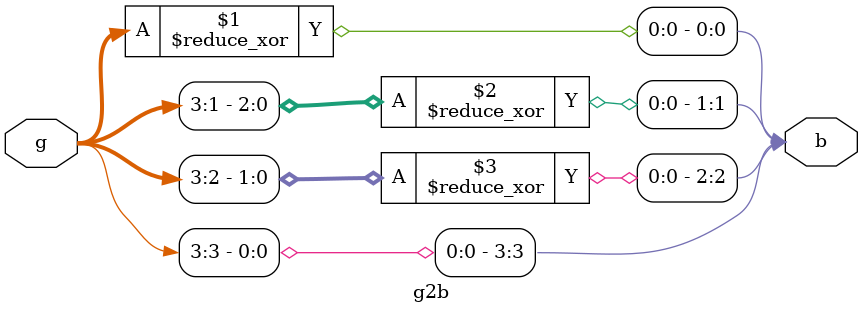
<source format=sv>
`timescale 1ns/1ps

/* stolen from user 'ads-ee' on edaboard.com */

module g2b
    #(parameter AW = 4)
    (input [AW-1:0] g,
     output [AW-1:0] b);

    generate genvar i;
        for (i = 0; i < AW; i = i + 1) begin : gen_bin
            assign b[i] = ^g[AW-1:i];
        end
    endgenerate
endmodule

</source>
